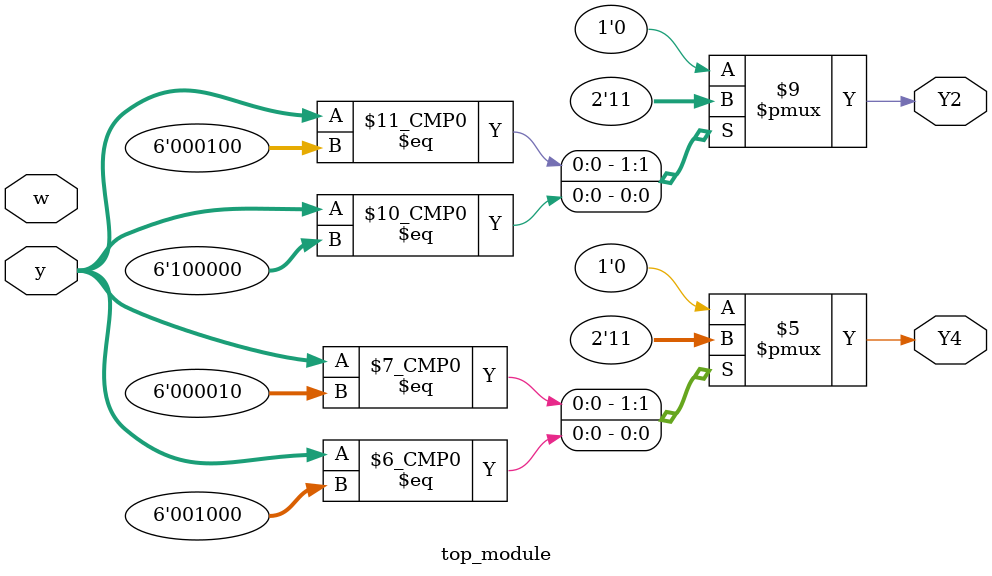
<source format=sv>
module top_module (
    input [6:1] y,
    input w,
    output Y2,
    output Y4
);

    always @(*) begin
        case(y)
            7'b000001: begin
                Y2 = 1'b0;
                Y4 = 1'b0;
            end
            7'b000010: begin
                Y2 = 1'b0;
                Y4 = 1'b1;
            end
            7'b000100: begin
                Y2 = 1'b1;
                Y4 = 1'b0;
            end
            7'b001000: begin
                Y2 = 1'b0;
                Y4 = 1'b1;
            end
            7'b010000: begin
                Y2 = 1'b0;
                Y4 = 1'b0;
            end
            7'b100000: begin
                Y2 = 1'b1;
                Y4 = 1'b0;
            end
            default: begin
                Y2 = 1'b0;
                Y4 = 1'b0;
            end
        endcase
    end
endmodule

</source>
